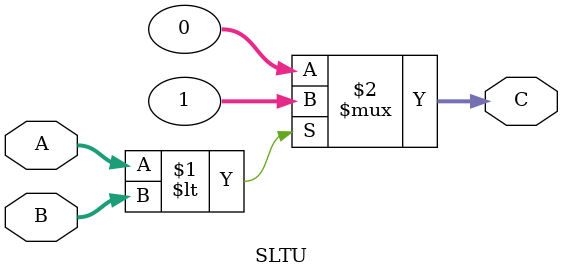
<source format=v>
`timescale 1ns / 1ps
/*******************************************************************  
*  
* Module: SLTU.v  
* Project: SSRisc  
* Author: Mariane, Shahd, Lobna 
* Description: compares 2 32bit inputs and outputs if the first is less than the second
*  
* Change history: 28/06/19 - created
*                 
*  **********************************************************************/ 


module SLTU(
input [31:0] A, 
input [31:0] B,
output [31:0] C
    );
    
    assign C = (A < B)? 1 : 0;
endmodule

</source>
